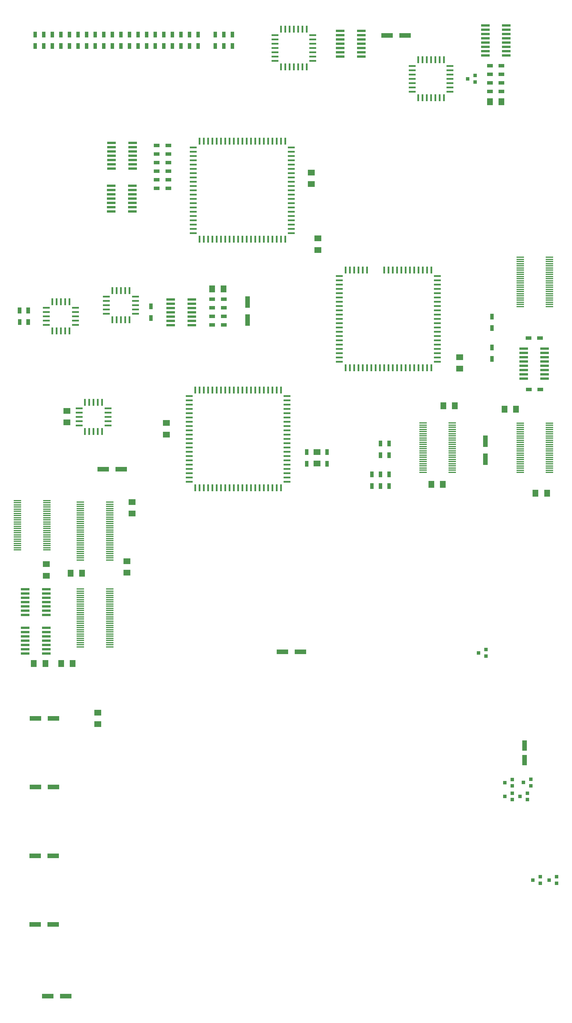
<source format=gbr>
G04 This is an RS-274x file exported by *
G04 gerbv version 2.7.0 *
G04 More information is available about gerbv at *
G04 http://gerbv.geda-project.org/ *
G04 --End of header info--*
%MOIN*%
%FSLAX36Y36*%
%IPPOS*%
G04 --Define apertures--*
%ADD10R,0.0433X0.0669*%
%ADD11R,0.0827X0.0669*%
%ADD12R,0.0669X0.0827*%
%ADD13R,0.0213X0.0827*%
%ADD14R,0.0827X0.0213*%
%ADD15R,0.1378X0.0551*%
%ADD16R,0.0551X0.1378*%
%ADD17R,0.0394X0.0394*%
%ADD18R,0.0669X0.0433*%
%ADD19R,0.0276X0.1024*%
%ADD20R,0.1024X0.0276*%
%ADD21R,0.0906X0.0118*%
%ADD22R,0.1220X0.0551*%
%ADD23R,0.0551X0.1220*%
%ADD24R,0.0276X0.0827*%
%ADD25R,0.1181X0.0669*%
%ADD26R,0.0669X0.1181*%
%ADD27R,0.1220X0.0866*%
%ADD28R,0.0866X0.1220*%
%ADD29R,0.1260X0.0906*%
%ADD30R,0.0669X0.1063*%
%ADD31R,0.0886X0.0118*%
%ADD32R,0.0118X0.0886*%
G04 --Start main section--*
G54D10*
G01X8031252Y0325000D03*
G01X8031252Y0459374D03*
G54D11*
G01X7409374Y-4278618D03*
G01X7409378Y-4412996D03*
G01X7050000Y-893756D03*
G01X7050000Y-759374D03*
G01X8209378Y-1034378D03*
G01X8209374Y-900000D03*
G01X7809378Y-1956252D03*
G01X7809374Y-1821874D03*
G01X6809378Y-2681252D03*
G01X6809374Y-2546874D03*
G01X7750000Y-2646878D03*
G01X7750000Y-2512500D03*
G54D12*
G01X7093748Y-2653126D03*
G01X7228130Y-2653122D03*
G01X6984374Y-3706252D03*
G01X7118756Y-3706248D03*
G01X6665626Y-3706252D03*
G01X6800004Y-3706248D03*
G01X11440626Y-700000D03*
G01X11575004Y-700000D03*
G01X12153126Y-740626D03*
G01X12287504Y-740622D03*
G01X12515626Y-1718748D03*
G01X12650004Y-1718748D03*
G01X11300000Y-1615626D03*
G01X11434378Y-1615622D03*
G54D11*
G01X11631252Y-131252D03*
G01X11631252Y-265630D03*
G01X9978126Y1253126D03*
G01X9978126Y1118748D03*
G01X9900000Y2021874D03*
G01X9900000Y1887496D03*
G54D12*
G01X12118756Y2846878D03*
G01X11984374Y2846874D03*
G54D13*
G01X9046874Y-1657358D03*
G01X9096874Y-1657358D03*
G01X9146874Y-1657358D03*
G01X9196874Y-1657358D03*
G01X9246874Y-1657358D03*
G01X9296874Y-1657358D03*
G01X9346874Y-1657358D03*
G01X9396874Y-1657358D03*
G01X9446874Y-1657358D03*
G01X9496874Y-1657358D03*
G01X9546874Y-1657358D03*
G54D14*
G01X9617740Y-1586492D03*
G01X9617740Y-1536492D03*
G01X9617740Y-1486492D03*
G01X9617740Y-1436492D03*
G01X9617740Y-1386492D03*
G01X9617740Y-1336492D03*
G01X9617740Y-1286492D03*
G01X9617740Y-1236492D03*
G01X9617740Y-1186492D03*
G01X9617740Y-1136492D03*
G01X9617740Y-1086492D03*
G01X9617740Y-1036492D03*
G01X9617740Y-986492D03*
G01X9617740Y-936492D03*
G01X9617740Y-886492D03*
G01X9617740Y-836492D03*
G01X9617740Y-786492D03*
G01X9617740Y-736492D03*
G01X9617740Y-686492D03*
G01X9617740Y-636492D03*
G01X9617740Y-586492D03*
G54D13*
G01X9546874Y-515626D03*
G01X9496874Y-515626D03*
G01X9446874Y-515626D03*
G01X9396874Y-515626D03*
G01X9346874Y-515626D03*
G01X9296874Y-515626D03*
G01X9246874Y-515626D03*
G01X9196874Y-515626D03*
G01X9146874Y-515626D03*
G01X9096874Y-515626D03*
G01X9046874Y-515626D03*
G01X8996874Y-515626D03*
G01X8946874Y-515626D03*
G01X8896874Y-515626D03*
G01X8846874Y-515626D03*
G01X8796874Y-515626D03*
G01X8746874Y-515626D03*
G01X8696874Y-515626D03*
G01X8646874Y-515626D03*
G01X8596874Y-515626D03*
G01X8546874Y-515626D03*
G54D14*
G01X8476008Y-586492D03*
G01X8476008Y-636492D03*
G01X8476008Y-686492D03*
G01X8476008Y-736492D03*
G01X8476008Y-786492D03*
G01X8476008Y-836492D03*
G01X8476008Y-886492D03*
G01X8476008Y-936492D03*
G01X8476008Y-986492D03*
G01X8476008Y-1036492D03*
G01X8476008Y-1086492D03*
G01X8476008Y-1136492D03*
G01X8476008Y-1186492D03*
G01X8476008Y-1236492D03*
G01X8476008Y-1286492D03*
G01X8476008Y-1336492D03*
G01X8476008Y-1386492D03*
G01X8476008Y-1436492D03*
G01X8476008Y-1486492D03*
G01X8476008Y-1536492D03*
G01X8476008Y-1586492D03*
G54D13*
G01X8546874Y-1657358D03*
G01X8596874Y-1657358D03*
G01X8646874Y-1657358D03*
G01X8696874Y-1657358D03*
G01X8746874Y-1657358D03*
G01X8796874Y-1657358D03*
G01X8846874Y-1657358D03*
G01X8896874Y-1657358D03*
G01X8946874Y-1657358D03*
G01X8996874Y-1657358D03*
G01X10800000Y-257358D03*
G01X10850000Y-257358D03*
G01X10900000Y-257358D03*
G01X10950000Y-257358D03*
G01X11000000Y-257358D03*
G01X11050000Y-257358D03*
G01X11100000Y-257358D03*
G01X11150000Y-257358D03*
G01X11200000Y-257358D03*
G01X11250000Y-257358D03*
G01X11300000Y-257358D03*
G54D14*
G01X11370866Y-186492D03*
G01X11370866Y-136492D03*
G01X11370866Y-086492D03*
G01X11370866Y-036492D03*
G01X11370866Y0013508D03*
G01X11370866Y0063508D03*
G01X11370866Y0113508D03*
G01X11370866Y0163508D03*
G01X11370866Y0213508D03*
G01X11370866Y0263508D03*
G01X11370866Y0313508D03*
G01X11370866Y0363508D03*
G01X11370866Y0413508D03*
G01X11370866Y0463508D03*
G01X11370866Y0513508D03*
G01X11370866Y0563508D03*
G01X11370866Y0613508D03*
G01X11370866Y0663508D03*
G01X11370866Y0713508D03*
G01X11370866Y0763508D03*
G01X11370866Y0813508D03*
G54D13*
G01X11300000Y0884374D03*
G01X11250000Y0884374D03*
G01X11200000Y0884374D03*
G01X11150000Y0884374D03*
G01X11100000Y0884374D03*
G01X11050000Y0884374D03*
G01X11000000Y0884374D03*
G01X10950000Y0884374D03*
G01X10900000Y0884374D03*
G01X10850000Y0884374D03*
G01X10800000Y0884374D03*
G01X10750000Y0884374D03*
G01X10550000Y0884374D03*
G01X10500000Y0884374D03*
G01X10450000Y0884374D03*
G01X10400000Y0884374D03*
G01X10350000Y0884374D03*
G01X10300000Y0884374D03*
G54D14*
G01X10229134Y0813508D03*
G01X10229134Y0763508D03*
G01X10229134Y0713508D03*
G01X10229134Y0663508D03*
G01X10229134Y0613508D03*
G01X10229134Y0563508D03*
G01X10229134Y0513508D03*
G01X10229134Y0463508D03*
G01X10229134Y0413508D03*
G01X10229134Y0363508D03*
G01X10229134Y0313508D03*
G01X10229134Y0263508D03*
G01X10229134Y0213508D03*
G01X10229134Y0163508D03*
G01X10229134Y0113508D03*
G01X10229134Y0063508D03*
G01X10229134Y0013508D03*
G01X10229134Y-036492D03*
G01X10229134Y-086492D03*
G01X10229134Y-136492D03*
G01X10229134Y-186492D03*
G54D13*
G01X10300000Y-257358D03*
G01X10350000Y-257358D03*
G01X10400000Y-257358D03*
G01X10450000Y-257358D03*
G01X10500000Y-257358D03*
G01X10550000Y-257358D03*
G01X10600000Y-257358D03*
G01X10650000Y-257358D03*
G01X10700000Y-257358D03*
G01X10750000Y-257358D03*
G54D14*
G01X8525000Y1815626D03*
G01X8525000Y1765626D03*
G01X8525000Y1715626D03*
G01X8525000Y1665626D03*
G01X8525000Y1615626D03*
G01X8525000Y1565626D03*
G01X8525000Y1515626D03*
G01X8525000Y1465626D03*
G01X8525000Y1415626D03*
G01X8525000Y1365626D03*
G01X8525000Y1315626D03*
G54D13*
G01X8595866Y1244760D03*
G01X8645866Y1244760D03*
G01X8695866Y1244760D03*
G01X8745866Y1244760D03*
G01X8795866Y1244760D03*
G01X8845866Y1244760D03*
G01X8895866Y1244760D03*
G01X8945866Y1244760D03*
G01X8995866Y1244760D03*
G01X9045866Y1244760D03*
G01X9095866Y1244760D03*
G01X9145866Y1244760D03*
G01X9195866Y1244760D03*
G01X9245866Y1244760D03*
G01X9295866Y1244760D03*
G01X9345866Y1244760D03*
G01X9395866Y1244760D03*
G01X9445866Y1244760D03*
G01X9495866Y1244760D03*
G01X9545866Y1244760D03*
G01X9595866Y1244760D03*
G54D14*
G01X9666732Y1315626D03*
G01X9666732Y1365626D03*
G01X9666732Y1415626D03*
G01X9666732Y1465626D03*
G01X9666732Y1515626D03*
G01X9666732Y1565626D03*
G01X9666732Y1615626D03*
G01X9666732Y1665626D03*
G01X9666732Y1715626D03*
G01X9666732Y1765626D03*
G01X9666732Y1815626D03*
G01X9666732Y1865626D03*
G01X9666732Y1915626D03*
G01X9666732Y1965626D03*
G01X9666732Y2015626D03*
G01X9666732Y2065626D03*
G01X9666732Y2115626D03*
G01X9666732Y2165626D03*
G01X9666732Y2215626D03*
G01X9666732Y2265626D03*
G01X9666732Y2315626D03*
G54D13*
G01X9595866Y2386492D03*
G01X9545866Y2386492D03*
G01X9495866Y2386492D03*
G01X9445866Y2386492D03*
G01X9395866Y2386492D03*
G01X9345866Y2386492D03*
G01X9295866Y2386492D03*
G01X9245866Y2386492D03*
G01X9195866Y2386492D03*
G01X9145866Y2386492D03*
G01X9095866Y2386492D03*
G01X9045866Y2386492D03*
G01X8995866Y2386492D03*
G01X8945866Y2386492D03*
G01X8895866Y2386492D03*
G01X8845866Y2386492D03*
G01X8795866Y2386492D03*
G01X8745866Y2386492D03*
G01X8695866Y2386492D03*
G01X8645866Y2386492D03*
G01X8595866Y2386492D03*
G54D14*
G01X8525000Y2315626D03*
G01X8525000Y2265626D03*
G01X8525000Y2215626D03*
G01X8525000Y2165626D03*
G01X8525000Y2115626D03*
G01X8525000Y2065626D03*
G01X8525000Y2015626D03*
G01X8525000Y1965626D03*
G01X8525000Y1915626D03*
G01X8525000Y1865626D03*
G01X7512500Y0475000D03*
G01X7512500Y0425000D03*
G01X7512500Y0375000D03*
G54D13*
G01X7581791Y0305709D03*
G01X7631791Y0305709D03*
G01X7681791Y0305709D03*
G01X7731791Y0305709D03*
G01X7781791Y0305709D03*
G54D14*
G01X7851083Y0375000D03*
G01X7851083Y0425000D03*
G01X7851083Y0475000D03*
G01X7851083Y0525000D03*
G01X7851083Y0575000D03*
G54D13*
G01X7781791Y0644291D03*
G01X7731791Y0644291D03*
G01X7681791Y0644291D03*
G01X7631791Y0644291D03*
G01X7581791Y0644291D03*
G54D14*
G01X7512500Y0575000D03*
G01X7512500Y0525000D03*
G01X6812500Y0343748D03*
G01X6812500Y0293748D03*
G01X6812500Y0243748D03*
G54D13*
G01X6881791Y0174457D03*
G01X6931791Y0174457D03*
G01X6981791Y0174457D03*
G01X7031791Y0174457D03*
G01X7081791Y0174457D03*
G54D14*
G01X7151083Y0243748D03*
G01X7151083Y0293748D03*
G01X7151083Y0343748D03*
G01X7151083Y0393748D03*
G01X7151083Y0443748D03*
G54D13*
G01X7081791Y0513039D03*
G01X7031791Y0513039D03*
G01X6981791Y0513039D03*
G01X6931791Y0513039D03*
G01X6881791Y0513039D03*
G54D14*
G01X6812500Y0443748D03*
G01X6812500Y0393748D03*
G54D15*
G01X6893752Y-4346878D03*
G01X6684378Y-4346878D03*
G01X6893748Y-5146874D03*
G01X6684374Y-5146874D03*
G01X6890626Y-5950004D03*
G01X6681252Y-5950004D03*
G01X6890626Y-6750000D03*
G01X6681252Y-6750000D03*
G01X7037500Y-7587500D03*
G01X6828126Y-7587500D03*
G01X9775000Y-3568752D03*
G01X9565626Y-3568752D03*
G01X7684378Y-1440630D03*
G01X7475000Y-1440630D03*
G54D13*
G01X7362500Y-997957D03*
G01X7412500Y-997957D03*
G01X7462500Y-997957D03*
G54D14*
G01X7531791Y-928665D03*
G01X7531791Y-878665D03*
G01X7531791Y-828665D03*
G01X7531791Y-778665D03*
G01X7531791Y-728665D03*
G54D13*
G01X7462500Y-659374D03*
G01X7412500Y-659374D03*
G01X7362500Y-659374D03*
G01X7312500Y-659374D03*
G01X7262500Y-659374D03*
G54D14*
G01X7193209Y-728665D03*
G01X7193209Y-778665D03*
G01X7193209Y-828665D03*
G01X7193209Y-878665D03*
G01X7193209Y-928665D03*
G54D13*
G01X7262500Y-997957D03*
G01X7312500Y-997957D03*
G54D14*
G01X9478126Y3475000D03*
G01X9478126Y3425000D03*
G01X9478126Y3375000D03*
G01X9478126Y3325000D03*
G54D13*
G01X9548598Y3254528D03*
G01X9598598Y3254528D03*
G01X9648598Y3254528D03*
G01X9698598Y3254528D03*
G01X9748598Y3254528D03*
G01X9798598Y3254528D03*
G01X9848598Y3254528D03*
G54D14*
G01X9919071Y3325000D03*
G01X9919071Y3375000D03*
G01X9919071Y3425000D03*
G01X9919071Y3475000D03*
G01X9919071Y3525000D03*
G01X9919071Y3575000D03*
G01X9919071Y3625000D03*
G54D13*
G01X9848598Y3695472D03*
G01X9798598Y3695472D03*
G01X9748598Y3695472D03*
G01X9698598Y3695472D03*
G01X9648598Y3695472D03*
G01X9598598Y3695472D03*
G01X9548598Y3695472D03*
G54D14*
G01X9478126Y3625000D03*
G01X9478126Y3575000D03*
G01X9478126Y3525000D03*
G01X11078126Y3115626D03*
G01X11078126Y3065626D03*
G01X11078126Y3015626D03*
G01X11078126Y2965626D03*
G54D13*
G01X11148598Y2895154D03*
G01X11198598Y2895154D03*
G01X11248598Y2895154D03*
G01X11298598Y2895154D03*
G01X11348598Y2895154D03*
G01X11398598Y2895154D03*
G01X11448598Y2895154D03*
G54D14*
G01X11519071Y2965626D03*
G01X11519071Y3015626D03*
G01X11519071Y3065626D03*
G01X11519071Y3115626D03*
G01X11519071Y3165626D03*
G01X11519071Y3215626D03*
G01X11519071Y3265626D03*
G54D13*
G01X11448598Y3336098D03*
G01X11398598Y3336098D03*
G01X11348598Y3336098D03*
G01X11298598Y3336098D03*
G01X11248598Y3336098D03*
G01X11198598Y3336098D03*
G01X11148598Y3336098D03*
G54D14*
G01X11078126Y3265626D03*
G01X11078126Y3215626D03*
G01X11078126Y3165626D03*
G54D15*
G01X10993752Y3621874D03*
G01X10784378Y3621874D03*
G54D17*
G01X12243748Y-5059374D03*
G01X12243748Y-5134177D03*
G01X12156346Y-5096776D03*
G01X12462500Y-5056252D03*
G01X12462500Y-5131055D03*
G01X12375098Y-5093654D03*
G01X12243748Y-5218748D03*
G01X12243748Y-5293551D03*
G01X12156346Y-5256150D03*
G01X12421874Y-5218748D03*
G01X12421874Y-5293551D03*
G01X12334472Y-5256150D03*
G01X12762500Y-6193748D03*
G01X12762500Y-6268551D03*
G01X12675098Y-6231150D03*
G01X12571874Y-6193748D03*
G01X12571874Y-6268551D03*
G01X12484472Y-6231150D03*
G01X11937500Y-3543748D03*
G01X11937500Y-3618551D03*
G01X11850098Y-3581150D03*
G01X11812500Y3153126D03*
G01X11812500Y3078323D03*
G01X11725098Y3115724D03*
G54D16*
G01X9156252Y0300000D03*
G01X9156252Y0509374D03*
G54D10*
G01X6681252Y3631252D03*
G01X6681252Y3496874D03*
G01X6781252Y3631252D03*
G01X6781252Y3496874D03*
G01X6881252Y3631252D03*
G01X6881252Y3496874D03*
G01X6981252Y3631252D03*
G01X6981252Y3496874D03*
G01X7081252Y3631252D03*
G01X7081252Y3496874D03*
G01X7181252Y3496874D03*
G01X7181252Y3631252D03*
G01X7281252Y3496874D03*
G01X7281252Y3631252D03*
G01X7381252Y3496874D03*
G01X7381252Y3631252D03*
G01X7481252Y3496874D03*
G01X7481252Y3631252D03*
G01X7581252Y3496874D03*
G01X7581252Y3631252D03*
G01X7681252Y3496874D03*
G01X7681252Y3631252D03*
G01X7781252Y3496874D03*
G01X7781252Y3631252D03*
G01X7881252Y3496874D03*
G01X7881252Y3631252D03*
G01X7981252Y3496874D03*
G01X7981252Y3631252D03*
G01X8081252Y3496874D03*
G01X8081252Y3631252D03*
G01X8181252Y3496874D03*
G01X8181252Y3631252D03*
G01X8281252Y3496874D03*
G01X8281252Y3631252D03*
G01X8381252Y3496874D03*
G01X8381252Y3631252D03*
G01X8481252Y3496874D03*
G01X8481252Y3631252D03*
G01X8581252Y3496874D03*
G01X8581252Y3631252D03*
G01X8981252Y3496874D03*
G01X8981252Y3631252D03*
G01X8781252Y3496874D03*
G01X8781252Y3631252D03*
G01X8881252Y3496874D03*
G01X8881252Y3631252D03*
G54D18*
G01X11982811Y3267189D03*
G01X12117185Y3267189D03*
G01X11982811Y3167189D03*
G01X12117185Y3167189D03*
G01X11982811Y3067189D03*
G01X12117185Y3067189D03*
G01X11982811Y2967189D03*
G01X12117185Y2967189D03*
G54D12*
G01X8878130Y0662504D03*
G01X8743748Y0662500D03*
G54D18*
G01X8745311Y0545315D03*
G01X8879685Y0545315D03*
G01X8745311Y0445315D03*
G01X8879685Y0445315D03*
G01X8745311Y0345315D03*
G01X8879685Y0345315D03*
G01X8745311Y0245315D03*
G01X8879685Y0245315D03*
G01X8098437Y2339063D03*
G01X8232811Y2339063D03*
G01X8098437Y2239063D03*
G01X8232811Y2239063D03*
G01X8098437Y2139063D03*
G01X8232811Y2139063D03*
G01X8098437Y2039063D03*
G01X8232811Y2039063D03*
G01X8098437Y1939063D03*
G01X8232811Y1939063D03*
G01X8098437Y1839063D03*
G01X8232811Y1839063D03*
G36*
G01X6578343Y0445965D02*
G01X6621650Y0445965D01*
G01X6621650Y0379035D01*
G01X6578343Y0379035D01*
G01X6578343Y0445965D01*
G37*
G36*
G01X6578343Y0311587D02*
G01X6621650Y0311591D01*
G01X6621650Y0244661D01*
G01X6578343Y0244657D01*
G01X6578343Y0311587D01*
G37*
G36*
G01X6478343Y0445965D02*
G01X6521650Y0445965D01*
G01X6521650Y0379035D01*
G01X6478343Y0379035D01*
G01X6478343Y0445965D01*
G37*
G54D10*
G01X6499996Y0278126D03*
G01X10706252Y-1275000D03*
G01X10706252Y-1140626D03*
G01X10806252Y-1275000D03*
G01X10806252Y-1140626D03*
G01X10606252Y-1634374D03*
G01X10606252Y-1500000D03*
G01X10706252Y-1634374D03*
G01X10706252Y-1500000D03*
G01X10806252Y-1634374D03*
G01X10806252Y-1500000D03*
G54D11*
G01X9967189Y-1239063D03*
G01X9967189Y-1373441D03*
G54D10*
G01X9846874Y-1375000D03*
G01X9846874Y-1240626D03*
G01X10084374Y-1375000D03*
G01X10084374Y-1240626D03*
G54D18*
G01X12435937Y-507811D03*
G01X12570307Y-507811D03*
G01X12432811Y0092189D03*
G01X12567185Y0092189D03*
G54D10*
G01X12006252Y0206252D03*
G01X12006252Y0340626D03*
G01X12006252Y-153126D03*
G01X12006252Y-018748D03*
G54D20*
G01X6812500Y-2840622D03*
G01X6812500Y-2890622D03*
G01X6812500Y-2940622D03*
G01X6812500Y-2990622D03*
G01X6812500Y-3040622D03*
G01X6812500Y-3090622D03*
G01X6812500Y-3140622D03*
G01X6565626Y-2840622D03*
G01X6565626Y-2890622D03*
G01X6565626Y-2940622D03*
G01X6565626Y-2990622D03*
G01X6565626Y-3040622D03*
G01X6565626Y-3090622D03*
G01X6565626Y-3140622D03*
G01X6812500Y-3290622D03*
G01X6812500Y-3340622D03*
G01X6812500Y-3390622D03*
G01X6812500Y-3440622D03*
G01X6812500Y-3490622D03*
G01X6812500Y-3540622D03*
G01X6812500Y-3590622D03*
G01X6565626Y-3290622D03*
G01X6565626Y-3340622D03*
G01X6565626Y-3390622D03*
G01X6565626Y-3440622D03*
G01X6565626Y-3490622D03*
G01X6565626Y-3540622D03*
G01X6565626Y-3590622D03*
G01X8506252Y0540626D03*
G01X8506252Y0490626D03*
G01X8506252Y0440626D03*
G01X8506252Y0390626D03*
G01X8506252Y0340626D03*
G01X8506252Y0290626D03*
G01X8506252Y0240626D03*
G01X8259378Y0540626D03*
G01X8259378Y0490626D03*
G01X8259378Y0440626D03*
G01X8259378Y0390626D03*
G01X8259378Y0340626D03*
G01X8259378Y0290626D03*
G01X8259378Y0240626D03*
G01X7815626Y1868748D03*
G01X7815626Y1818748D03*
G01X7815626Y1768748D03*
G01X7815626Y1718748D03*
G01X7815626Y1668748D03*
G01X7815626Y1618748D03*
G01X7815626Y1568748D03*
G01X7568752Y1868748D03*
G01X7568752Y1818748D03*
G01X7568752Y1768748D03*
G01X7568752Y1718748D03*
G01X7568752Y1668748D03*
G01X7568752Y1618748D03*
G01X7568752Y1568748D03*
G01X7818752Y2368748D03*
G01X7818752Y2318748D03*
G01X7818752Y2268748D03*
G01X7818752Y2218748D03*
G01X7818752Y2168748D03*
G01X7818752Y2118748D03*
G01X7818752Y2068748D03*
G01X7571874Y2368748D03*
G01X7571874Y2318748D03*
G01X7571874Y2268748D03*
G01X7571874Y2218748D03*
G01X7571874Y2168748D03*
G01X7571874Y2118748D03*
G01X7571874Y2068748D03*
G01X12621874Y-031252D03*
G01X12621874Y-081252D03*
G01X12621874Y-131252D03*
G01X12621874Y-181252D03*
G01X12621874Y-231252D03*
G01X12621874Y-281252D03*
G01X12621874Y-331252D03*
G01X12621874Y-381252D03*
G01X12378126Y-031252D03*
G01X12378126Y-081252D03*
G01X12378126Y-131252D03*
G01X12378126Y-181252D03*
G01X12378126Y-231252D03*
G01X12378126Y-281252D03*
G01X12378126Y-331252D03*
G01X12378126Y-381252D03*
G54D16*
G01X11931252Y-1321874D03*
G01X11931252Y-1112500D03*
G54D20*
G01X12175000Y3737500D03*
G01X12175000Y3687500D03*
G01X12175000Y3637500D03*
G01X12175000Y3587500D03*
G01X12175000Y3537500D03*
G01X12175000Y3487500D03*
G01X12175000Y3437500D03*
G01X12175000Y3387500D03*
G01X11931252Y3737500D03*
G01X11931252Y3687500D03*
G01X11931252Y3637500D03*
G01X11931252Y3587500D03*
G01X11931252Y3537500D03*
G01X11931252Y3487500D03*
G01X11931252Y3437500D03*
G01X11931252Y3387500D03*
G01X10484374Y3675000D03*
G01X10484374Y3625000D03*
G01X10484374Y3575000D03*
G01X10484374Y3525000D03*
G01X10484374Y3475000D03*
G01X10484374Y3425000D03*
G01X10484374Y3375000D03*
G01X10237500Y3675000D03*
G01X10237500Y3625000D03*
G01X10237500Y3575000D03*
G01X10237500Y3525000D03*
G01X10237500Y3475000D03*
G01X10237500Y3425000D03*
G01X10237500Y3375000D03*
G54D21*
G01X6475000Y-1804713D03*
G01X6475000Y-1829713D03*
G01X6475000Y-1854713D03*
G01X6475000Y-1879713D03*
G01X6475000Y-1904713D03*
G01X6475000Y-1929713D03*
G01X6475000Y-1954713D03*
G01X6475000Y-1979713D03*
G01X6475000Y-2004713D03*
G01X6475000Y-2029713D03*
G01X6475000Y-2054713D03*
G01X6475000Y-2079713D03*
G01X6475000Y-2104713D03*
G01X6475000Y-2129713D03*
G01X6475000Y-2154713D03*
G01X6475000Y-2179713D03*
G01X6475000Y-2204713D03*
G01X6475000Y-2229713D03*
G01X6475000Y-2254713D03*
G01X6475000Y-2279713D03*
G01X6475000Y-2304713D03*
G01X6475000Y-2329713D03*
G01X6475000Y-2354713D03*
G01X6475000Y-2379713D03*
G01X6817189Y-1804713D03*
G01X6817189Y-1829713D03*
G01X6817189Y-1854713D03*
G01X6817189Y-1879713D03*
G01X6817189Y-1904713D03*
G01X6817189Y-1929713D03*
G01X6817189Y-1954713D03*
G01X6817189Y-1979713D03*
G01X6817189Y-2004713D03*
G01X6817189Y-2029713D03*
G01X6817189Y-2054713D03*
G01X6817189Y-2079713D03*
G01X6817189Y-2104713D03*
G01X6817189Y-2129713D03*
G01X6817189Y-2154713D03*
G01X6817189Y-2179713D03*
G01X6817189Y-2204713D03*
G01X6817189Y-2229713D03*
G01X6817189Y-2254713D03*
G01X6817189Y-2279713D03*
G01X6817189Y-2304713D03*
G01X6817189Y-2329713D03*
G01X6817189Y-2354713D03*
G01X6817189Y-2379713D03*
G01X11203126Y-900000D03*
G01X11203126Y-925000D03*
G01X11203126Y-950000D03*
G01X11203126Y-975000D03*
G01X11203126Y-1000000D03*
G01X11203126Y-1025000D03*
G01X11203126Y-1050000D03*
G01X11203126Y-1075000D03*
G01X11203126Y-1100000D03*
G01X11203126Y-1125000D03*
G01X11203126Y-1150000D03*
G01X11203126Y-1175000D03*
G01X11203126Y-1200000D03*
G01X11203126Y-1225000D03*
G01X11203126Y-1250000D03*
G01X11203126Y-1275000D03*
G01X11203126Y-1300000D03*
G01X11203126Y-1325000D03*
G01X11203126Y-1350000D03*
G01X11203126Y-1375000D03*
G01X11203126Y-1400000D03*
G01X11203126Y-1425000D03*
G01X11203126Y-1450000D03*
G01X11203126Y-1475000D03*
G01X11545311Y-900000D03*
G01X11545311Y-925000D03*
G01X11545311Y-950000D03*
G01X11545311Y-975000D03*
G01X11545315Y-1000000D03*
G01X11545315Y-1025000D03*
G01X11545315Y-1050000D03*
G01X11545315Y-1075000D03*
G01X11545311Y-1100000D03*
G01X11545311Y-1125000D03*
G01X11545311Y-1150000D03*
G01X11545311Y-1175000D03*
G01X11545315Y-1200000D03*
G01X11545315Y-1225000D03*
G01X11545315Y-1250000D03*
G01X11545315Y-1275000D03*
G01X11545311Y-1300000D03*
G01X11545311Y-1325000D03*
G01X11545311Y-1350000D03*
G01X11545311Y-1375000D03*
G01X11545315Y-1400000D03*
G01X11545315Y-1425000D03*
G01X11545315Y-1450000D03*
G01X11545315Y-1475000D03*
G01X12335937Y1032811D03*
G01X12335937Y1007811D03*
G01X12335937Y0982811D03*
G01X12335937Y0957811D03*
G01X12335937Y0932811D03*
G01X12335937Y0907811D03*
G01X12335937Y0882811D03*
G01X12335937Y0857811D03*
G01X12335937Y0832811D03*
G01X12335937Y0807811D03*
G01X12335937Y0782811D03*
G01X12335937Y0757811D03*
G01X12335937Y0732811D03*
G01X12335937Y0707811D03*
G01X12335937Y0682811D03*
G01X12335937Y0657811D03*
G01X12335937Y0632811D03*
G01X12335937Y0607811D03*
G01X12335937Y0582811D03*
G01X12335937Y0557811D03*
G01X12335937Y0532811D03*
G01X12335937Y0507811D03*
G01X12335937Y0482811D03*
G01X12335937Y0457811D03*
G01X12678126Y1032811D03*
G01X12678126Y1007811D03*
G01X12678126Y0982811D03*
G01X12678126Y0957811D03*
G01X12678126Y0932811D03*
G01X12678126Y0907811D03*
G01X12678126Y0882811D03*
G01X12678126Y0857811D03*
G01X12678126Y0832811D03*
G01X12678126Y0807811D03*
G01X12678126Y0782811D03*
G01X12678126Y0757811D03*
G01X12678126Y0732811D03*
G01X12678126Y0707811D03*
G01X12678126Y0682811D03*
G01X12678126Y0657811D03*
G01X12678126Y0632811D03*
G01X12678126Y0607811D03*
G01X12678126Y0582811D03*
G01X12678126Y0557811D03*
G01X12678126Y0532811D03*
G01X12678126Y0507811D03*
G01X12678126Y0482811D03*
G01X12678126Y0457811D03*
G01X12335937Y-901563D03*
G01X12335937Y-926563D03*
G01X12335937Y-951563D03*
G01X12335937Y-976563D03*
G01X12335937Y-1001563D03*
G01X12335937Y-1026563D03*
G01X12335937Y-1051563D03*
G01X12335937Y-1076563D03*
G01X12335937Y-1101563D03*
G01X12335937Y-1126563D03*
G01X12335937Y-1151563D03*
G01X12335937Y-1176563D03*
G01X12335937Y-1201563D03*
G01X12335937Y-1226563D03*
G01X12335937Y-1251563D03*
G01X12335937Y-1276563D03*
G01X12335937Y-1301563D03*
G01X12335937Y-1326563D03*
G01X12335937Y-1351563D03*
G01X12335937Y-1376563D03*
G01X12335937Y-1401563D03*
G01X12335937Y-1426563D03*
G01X12335937Y-1451563D03*
G01X12335937Y-1476563D03*
G01X12678126Y-901563D03*
G01X12678126Y-926563D03*
G01X12678126Y-951563D03*
G01X12678126Y-976563D03*
G01X12678126Y-1001563D03*
G01X12678126Y-1026563D03*
G01X12678126Y-1051563D03*
G01X12678126Y-1076563D03*
G01X12678126Y-1101563D03*
G01X12678126Y-1126563D03*
G01X12678126Y-1151563D03*
G01X12678126Y-1176563D03*
G01X12678126Y-1201563D03*
G01X12678126Y-1226563D03*
G01X12678126Y-1251563D03*
G01X12678126Y-1276563D03*
G01X12678126Y-1301563D03*
G01X12678126Y-1326563D03*
G01X12678126Y-1351563D03*
G01X12678126Y-1376563D03*
G01X12678126Y-1401563D03*
G01X12678126Y-1426563D03*
G01X12678126Y-1451563D03*
G01X12678126Y-1476563D03*
G01X7207811Y-1823465D03*
G01X7207811Y-1848465D03*
G01X7207811Y-1873465D03*
G01X7207811Y-1898465D03*
G01X7207811Y-1923465D03*
G01X7207811Y-1948465D03*
G01X7207811Y-1973465D03*
G01X7207811Y-1998465D03*
G01X7207811Y-2023465D03*
G01X7207811Y-2048465D03*
G01X7207811Y-2073465D03*
G01X7207811Y-2098465D03*
G01X7207811Y-2123465D03*
G01X7207811Y-2148465D03*
G01X7207811Y-2173465D03*
G01X7207811Y-2198465D03*
G01X7207811Y-2223465D03*
G01X7207811Y-2248465D03*
G01X7207811Y-2273465D03*
G01X7207811Y-2298465D03*
G01X7207811Y-2323465D03*
G01X7207811Y-2348465D03*
G01X7207811Y-2373465D03*
G01X7207811Y-2398465D03*
G01X7207811Y-2423465D03*
G01X7207811Y-2448465D03*
G01X7207811Y-2473465D03*
G01X7207811Y-2498465D03*
G01X7551563Y-1823465D03*
G01X7551563Y-1848465D03*
G01X7551563Y-1873465D03*
G01X7551563Y-1898465D03*
G01X7551563Y-1923465D03*
G01X7551563Y-1948465D03*
G01X7551563Y-1973465D03*
G01X7551563Y-1998465D03*
G01X7551563Y-2023465D03*
G01X7551563Y-2048465D03*
G01X7551563Y-2073465D03*
G01X7551563Y-2098465D03*
G01X7551563Y-2123465D03*
G01X7551563Y-2148465D03*
G01X7551563Y-2173465D03*
G01X7551563Y-2198465D03*
G01X7551563Y-2223465D03*
G01X7551563Y-2248465D03*
G01X7551563Y-2273465D03*
G01X7551563Y-2298465D03*
G01X7551563Y-2323465D03*
G01X7551563Y-2348465D03*
G01X7551563Y-2373465D03*
G01X7551563Y-2398465D03*
G01X7551563Y-2423465D03*
G01X7551563Y-2448465D03*
G01X7551563Y-2473465D03*
G01X7551563Y-2498465D03*
G01X7207811Y-2835961D03*
G01X7207811Y-2860961D03*
G01X7207811Y-2885961D03*
G01X7207811Y-2910961D03*
G01X7207811Y-2935961D03*
G01X7207811Y-2960961D03*
G01X7207811Y-2985961D03*
G01X7207811Y-3010961D03*
G01X7207811Y-3035961D03*
G01X7207811Y-3060961D03*
G01X7207811Y-3085961D03*
G01X7207811Y-3110961D03*
G01X7207811Y-3135961D03*
G01X7207811Y-3160961D03*
G01X7207811Y-3185961D03*
G01X7207811Y-3210961D03*
G01X7207811Y-3235961D03*
G01X7207811Y-3260961D03*
G01X7207811Y-3285961D03*
G01X7207811Y-3310961D03*
G01X7207811Y-3335961D03*
G01X7207811Y-3360961D03*
G01X7207811Y-3385961D03*
G01X7207811Y-3410961D03*
G01X7207811Y-3435961D03*
G01X7207811Y-3460961D03*
G01X7207811Y-3485961D03*
G01X7207811Y-3510961D03*
G01X7551563Y-2835961D03*
G01X7551563Y-2860961D03*
G01X7551563Y-2885961D03*
G01X7551563Y-2910961D03*
G01X7551563Y-2935961D03*
G01X7551563Y-2960961D03*
G01X7551563Y-2985961D03*
G01X7551563Y-3010961D03*
G01X7551563Y-3035961D03*
G01X7551563Y-3060961D03*
G01X7551563Y-3085961D03*
G01X7551563Y-3110961D03*
G01X7551563Y-3135961D03*
G01X7551563Y-3160961D03*
G01X7551563Y-3185961D03*
G01X7551563Y-3210961D03*
G01X7551563Y-3235961D03*
G01X7551563Y-3260961D03*
G01X7551563Y-3285961D03*
G01X7551563Y-3310961D03*
G01X7551563Y-3335961D03*
G01X7551563Y-3360961D03*
G01X7551563Y-3385961D03*
G01X7551563Y-3410961D03*
G01X7551563Y-3435961D03*
G01X7551563Y-3460961D03*
G01X7551563Y-3485961D03*
G01X7551563Y-3510961D03*
G54D23*
G01X12387500Y-4662500D03*
G01X12387500Y-4831252D03*
M02*

</source>
